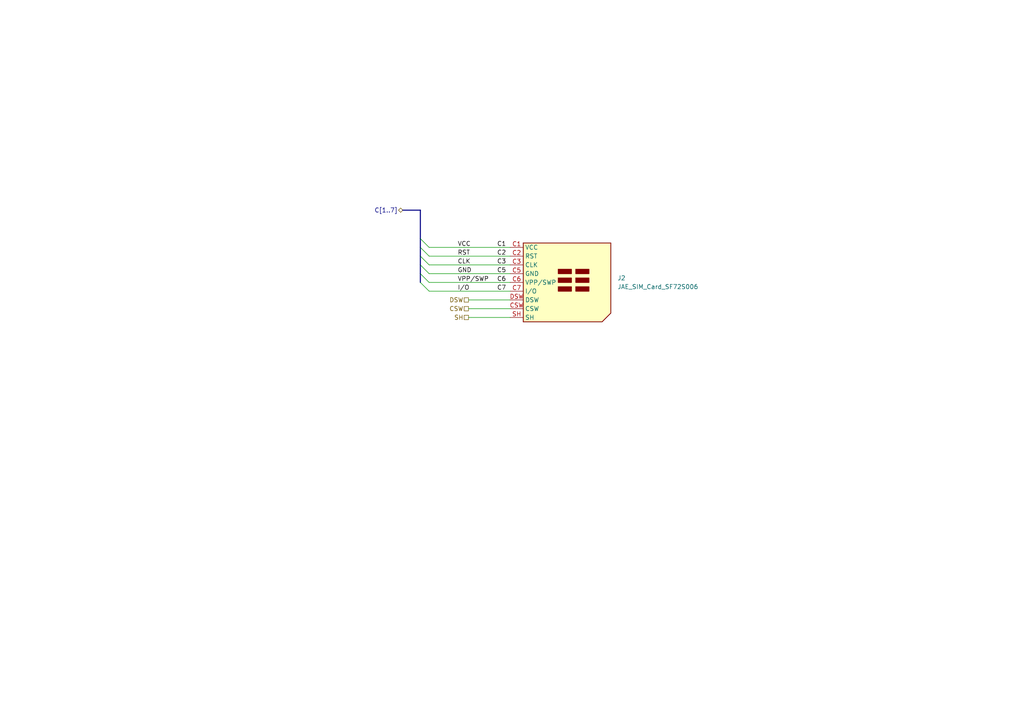
<source format=kicad_sch>
(kicad_sch (version 20230121) (generator eeschema)

  (uuid be2a2df5-f236-441e-a2be-a922f0404154)

  (paper "A4")

  (title_block
    (rev "0.1")
    (company "Németh Péter Bence")
    (comment 1 "Kandó Kálmán Villamosmérnöki Kar")
    (comment 2 "Óbudai Egyetem")
  )

  (lib_symbols
    (symbol "Connector:JAE_SIM_Card_SF72S006" (in_bom yes) (on_board yes)
      (property "Reference" "J" (at 5.08 12.7 0)
        (effects (font (size 1.27 1.27)) (justify right))
      )
      (property "Value" "JAE_SIM_Card_SF72S006" (at 30.48 12.7 0)
        (effects (font (size 1.27 1.27)) (justify right))
      )
      (property "Footprint" "Connector_JAE:JAE_SIM_Card_SF72S006" (at 11.43 -13.97 0)
        (effects (font (size 1.27 1.27)) hide)
      )
      (property "Datasheet" "https://www.jae.com/direct/topics/topics_file_download/topics_id=68892&ext_no=06&index=0&_lang=en&v=202003111511468456809" (at 13.97 0 0)
        (effects (font (size 1.27 1.27)) hide)
      )
      (property "ki_keywords" "SIM card UICC 4FF" (at 0 0 0)
        (effects (font (size 1.27 1.27)) hide)
      )
      (property "ki_description" "Nano-SIM Card (4FF) connector with Detect Switch" (at 0 0 0)
        (effects (font (size 1.27 1.27)) hide)
      )
      (property "ki_fp_filters" "JAE*SIM*Card*SF72S006*" (at 0 0 0)
        (effects (font (size 1.27 1.27)) hide)
      )
      (symbol "JAE_SIM_Card_SF72S006_0_1"
        (polyline
          (pts
            (xy 3.81 11.43)
            (xy 3.81 -11.43)
            (xy 26.67 -11.43)
            (xy 29.21 -8.89)
            (xy 29.21 11.43)
            (xy 3.81 11.43)
          )
          (stroke (width 0.254) (type default))
          (fill (type background))
        )
        (rectangle (start 13.97 -2.54) (end 17.78 -1.27)
          (stroke (width 0.254) (type default))
          (fill (type outline))
        )
        (rectangle (start 13.97 0) (end 17.78 1.27)
          (stroke (width 0.254) (type default))
          (fill (type outline))
        )
        (rectangle (start 13.97 2.54) (end 17.78 3.81)
          (stroke (width 0.254) (type default))
          (fill (type outline))
        )
        (rectangle (start 19.05 -1.27) (end 22.86 -2.54)
          (stroke (width 0.254) (type default))
          (fill (type outline))
        )
        (rectangle (start 19.05 0) (end 22.86 1.27)
          (stroke (width 0.254) (type default))
          (fill (type outline))
        )
        (rectangle (start 19.05 2.54) (end 22.86 3.81)
          (stroke (width 0.254) (type default))
          (fill (type outline))
        )
      )
      (symbol "JAE_SIM_Card_SF72S006_1_1"
        (pin power_in line (at 0 10.16 0) (length 3.81)
          (name "VCC" (effects (font (size 1.27 1.27))))
          (number "C1" (effects (font (size 1.27 1.27))))
        )
        (pin input line (at 0 7.62 0) (length 3.81)
          (name "RST" (effects (font (size 1.27 1.27))))
          (number "C2" (effects (font (size 1.27 1.27))))
        )
        (pin input line (at 0 5.08 0) (length 3.81)
          (name "CLK" (effects (font (size 1.27 1.27))))
          (number "C3" (effects (font (size 1.27 1.27))))
        )
        (pin power_in line (at 0 2.54 0) (length 3.81)
          (name "GND" (effects (font (size 1.27 1.27))))
          (number "C5" (effects (font (size 1.27 1.27))))
        )
        (pin bidirectional line (at 0 0 0) (length 3.81)
          (name "VPP/SWP" (effects (font (size 1.27 1.27))))
          (number "C6" (effects (font (size 1.27 1.27))))
        )
        (pin bidirectional line (at 0 -2.54 0) (length 3.81)
          (name "I/O" (effects (font (size 1.27 1.27))))
          (number "C7" (effects (font (size 1.27 1.27))))
        )
        (pin passive line (at 0 -7.62 0) (length 3.81)
          (name "CSW" (effects (font (size 1.27 1.27))))
          (number "CSW" (effects (font (size 1.27 1.27))))
        )
        (pin passive line (at 0 -5.08 0) (length 3.81)
          (name "DSW" (effects (font (size 1.27 1.27))))
          (number "DSW" (effects (font (size 1.27 1.27))))
        )
        (pin passive line (at 0 -10.16 0) (length 3.81)
          (name "SH" (effects (font (size 1.27 1.27))))
          (number "SH" (effects (font (size 1.27 1.27))))
        )
      )
    )
  )


  (bus_entry (at 121.92 74.295) (size 2.54 2.54)
    (stroke (width 0) (type default))
    (uuid 04a02e0b-1883-4860-85f0-2159d914e333)
  )
  (bus_entry (at 121.92 81.915) (size 2.54 2.54)
    (stroke (width 0) (type default))
    (uuid 0bd1461b-0ef0-470b-9b03-57431f250bb7)
  )
  (bus_entry (at 121.92 76.835) (size 2.54 2.54)
    (stroke (width 0) (type default))
    (uuid ba86de0d-909a-4bb6-9b01-5de5e7a93284)
  )
  (bus_entry (at 121.92 79.375) (size 2.54 2.54)
    (stroke (width 0) (type default))
    (uuid cb155dfe-79e8-468b-94ac-e90d70891a8f)
  )
  (bus_entry (at 121.92 69.215) (size 2.54 2.54)
    (stroke (width 0) (type default))
    (uuid d8ee867a-83e4-4634-9974-73f84eae806a)
  )
  (bus_entry (at 121.92 71.755) (size 2.54 2.54)
    (stroke (width 0) (type default))
    (uuid d8ee9716-29fd-4a77-a7a6-8058447f1adf)
  )

  (bus (pts (xy 121.92 69.215) (xy 121.92 71.755))
    (stroke (width 0) (type default))
    (uuid 01535a3e-2225-47b5-bed0-2cf9ddcc954d)
  )

  (wire (pts (xy 135.89 92.075) (xy 147.955 92.075))
    (stroke (width 0) (type default))
    (uuid 1cc6a52a-79e6-4736-a8be-7549e0eeb727)
  )
  (bus (pts (xy 121.92 71.755) (xy 121.92 74.295))
    (stroke (width 0) (type default))
    (uuid 2629fe9a-b491-48b0-887f-2215508326aa)
  )
  (bus (pts (xy 121.92 74.295) (xy 121.92 76.835))
    (stroke (width 0) (type default))
    (uuid 2b8ebd8b-c58d-4a8e-a570-4cc2cffc09ff)
  )

  (wire (pts (xy 124.46 71.755) (xy 147.955 71.755))
    (stroke (width 0) (type default))
    (uuid 2cfb42f5-fc5d-4d9b-aefb-467667537f4b)
  )
  (wire (pts (xy 124.46 81.915) (xy 147.955 81.915))
    (stroke (width 0) (type default))
    (uuid 4b4328b1-b7a6-43d1-9fa6-cd5f815813e6)
  )
  (bus (pts (xy 116.84 60.96) (xy 121.92 60.96))
    (stroke (width 0) (type default))
    (uuid 4e6b2b06-e88a-4c62-b1bf-44b8acb31ec2)
  )

  (wire (pts (xy 124.46 84.455) (xy 147.955 84.455))
    (stroke (width 0) (type default))
    (uuid 6b110855-ba64-42ae-8f8f-511522b9f0a0)
  )
  (wire (pts (xy 124.46 79.375) (xy 147.955 79.375))
    (stroke (width 0) (type default))
    (uuid 7842ea27-4225-45b9-91a5-115a8cdc5e30)
  )
  (wire (pts (xy 124.46 74.295) (xy 147.955 74.295))
    (stroke (width 0) (type default))
    (uuid 949b39a6-8d45-4b41-974d-8065d28ca16b)
  )
  (bus (pts (xy 121.92 60.96) (xy 121.92 69.215))
    (stroke (width 0) (type default))
    (uuid a211341e-2123-4dc3-bef5-8072d9833763)
  )
  (bus (pts (xy 121.92 76.835) (xy 121.92 79.375))
    (stroke (width 0) (type default))
    (uuid b64b50a4-a8f1-4dfe-89db-47800a2dbbf9)
  )
  (bus (pts (xy 121.92 79.375) (xy 121.92 81.915))
    (stroke (width 0) (type default))
    (uuid d21de8d0-b209-40ee-875a-c37e60ed6a61)
  )

  (wire (pts (xy 124.46 76.835) (xy 147.955 76.835))
    (stroke (width 0) (type default))
    (uuid e7932c91-4ab2-4e5f-b510-744f70e6ba24)
  )
  (wire (pts (xy 135.89 86.995) (xy 147.955 86.995))
    (stroke (width 0) (type default))
    (uuid e92b238f-51ed-45e9-a67b-e0d4705ee9bf)
  )
  (wire (pts (xy 135.89 89.535) (xy 147.955 89.535))
    (stroke (width 0) (type default))
    (uuid ebbf3235-48f4-4611-8905-44504083b886)
  )

  (label "GND" (at 132.715 79.375 0) (fields_autoplaced)
    (effects (font (size 1.27 1.27)) (justify left bottom))
    (uuid 0708ccae-4cc7-4d3e-b970-5824ea07b3be)
  )
  (label "C6" (at 144.145 81.915 0) (fields_autoplaced)
    (effects (font (size 1.27 1.27)) (justify left bottom))
    (uuid 1d3c5a3b-cef5-40b9-bd23-7a4a88dc344f)
  )
  (label "I{slash}O" (at 132.715 84.455 0) (fields_autoplaced)
    (effects (font (size 1.27 1.27)) (justify left bottom))
    (uuid 3316ef06-7776-47af-99ea-7269b5e19656)
  )
  (label "C2" (at 144.145 74.295 0) (fields_autoplaced)
    (effects (font (size 1.27 1.27)) (justify left bottom))
    (uuid 5b0487fc-7e83-4deb-a542-1143e570064f)
  )
  (label "C5" (at 144.145 79.375 0) (fields_autoplaced)
    (effects (font (size 1.27 1.27)) (justify left bottom))
    (uuid 6270d155-cedb-49aa-899f-5117e8458535)
  )
  (label "RST" (at 132.715 74.295 0) (fields_autoplaced)
    (effects (font (size 1.27 1.27)) (justify left bottom))
    (uuid 67209ee8-286f-41d4-934b-563c386d2a7e)
  )
  (label "C1" (at 144.145 71.755 0) (fields_autoplaced)
    (effects (font (size 1.27 1.27)) (justify left bottom))
    (uuid 92ae8f37-4a9f-47c4-b460-ce5375a95c39)
  )
  (label "VCC" (at 132.715 71.755 0) (fields_autoplaced)
    (effects (font (size 1.27 1.27)) (justify left bottom))
    (uuid 9598f768-e6f8-4d61-87d4-1b9c7a984b2e)
  )
  (label "C3" (at 144.145 76.835 0) (fields_autoplaced)
    (effects (font (size 1.27 1.27)) (justify left bottom))
    (uuid b8a729e8-ac00-45d9-ab55-d3a43eb8c861)
  )
  (label "C7" (at 144.145 84.455 0) (fields_autoplaced)
    (effects (font (size 1.27 1.27)) (justify left bottom))
    (uuid c406a0ba-6adf-47c2-8505-6576fc7f7ad8)
  )
  (label "VPP{slash}SWP" (at 132.715 81.915 0) (fields_autoplaced)
    (effects (font (size 1.27 1.27)) (justify left bottom))
    (uuid d8c9a0ab-9860-4642-9a2a-1b51da18545e)
  )
  (label "CLK" (at 132.715 76.835 0) (fields_autoplaced)
    (effects (font (size 1.27 1.27)) (justify left bottom))
    (uuid dd9d48a9-48fe-4566-8482-8918da3b5fc8)
  )

  (hierarchical_label "C[1..7]" (shape bidirectional) (at 116.84 60.96 180) (fields_autoplaced)
    (effects (font (size 1.27 1.27)) (justify right))
    (uuid 3c180ee4-213b-4097-9326-341608825130)
  )
  (hierarchical_label "SH" (shape passive) (at 135.89 92.075 180) (fields_autoplaced)
    (effects (font (size 1.27 1.27)) (justify right))
    (uuid 5e1eb36d-477f-4a52-ac5b-399f00cecc10)
  )
  (hierarchical_label "CSW" (shape passive) (at 135.89 89.535 180) (fields_autoplaced)
    (effects (font (size 1.27 1.27)) (justify right))
    (uuid f7cc0b6b-7b54-41c5-a91f-b96703eb69ed)
  )
  (hierarchical_label "DSW" (shape passive) (at 135.89 86.995 180) (fields_autoplaced)
    (effects (font (size 1.27 1.27)) (justify right))
    (uuid fa8daafd-1933-43dd-9525-b3f896619c29)
  )

  (symbol (lib_id "Connector:JAE_SIM_Card_SF72S006") (at 147.955 81.915 0) (unit 1)
    (in_bom yes) (on_board yes) (dnp no) (fields_autoplaced)
    (uuid 8c032531-6a49-4d4a-a083-2d9377420e94)
    (property "Reference" "J2" (at 179.07 80.645 0)
      (effects (font (size 1.27 1.27)) (justify left))
    )
    (property "Value" "JAE_SIM_Card_SF72S006" (at 179.07 83.185 0)
      (effects (font (size 1.27 1.27)) (justify left))
    )
    (property "Footprint" "Connector_JAE:JAE_SIM_Card_SF72S006" (at 159.385 95.885 0)
      (effects (font (size 1.27 1.27)) hide)
    )
    (property "Datasheet" "https://www.jae.com/direct/topics/topics_file_download/topics_id=68892&ext_no=06&index=0&_lang=en&v=202003111511468456809" (at 161.925 81.915 0)
      (effects (font (size 1.27 1.27)) hide)
    )
    (pin "SH" (uuid abf7cf8d-ce60-4f5d-8eb9-49c03da6ab0f))
    (pin "C2" (uuid 6e271b57-2c11-438d-9389-ff2efe176fff))
    (pin "C6" (uuid ad625d38-cd0e-469c-804b-0460c7a76278))
    (pin "C3" (uuid df4aa61d-ba17-441b-b73d-8264b098a175))
    (pin "C5" (uuid 3c6caf3d-cf15-4ecf-ada0-edca19d1471c))
    (pin "CSW" (uuid f80da9e9-a474-4c43-a7f3-bc09e3d4410c))
    (pin "C7" (uuid e990446e-3d88-4362-8923-608890a0f4c5))
    (pin "DSW" (uuid 49ddc036-be77-43b3-97d3-d8ef65910486))
    (pin "C1" (uuid 823751e3-322b-400a-9fa9-d0afb94d9ef7))
    (instances
      (project "NB_IoT_Wheather"
        (path "/b43fc418-fc2e-45fe-88c6-05be9d7ccc47/16da40bc-0018-4dbc-84ec-9121a23c79de"
          (reference "J2") (unit 1)
        )
      )
    )
  )
)

</source>
